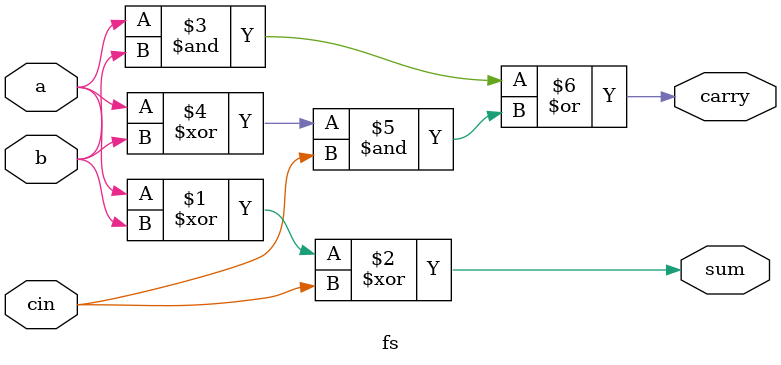
<source format=v>
`timescale 1ns / 1ps


module fs(
    input a,b,cin,
    output sum,carry
    );
    assign sum = a ^ b ^ cin ;
    assign carry = (a&b)| ((a ^ b )&cin);
endmodule

</source>
